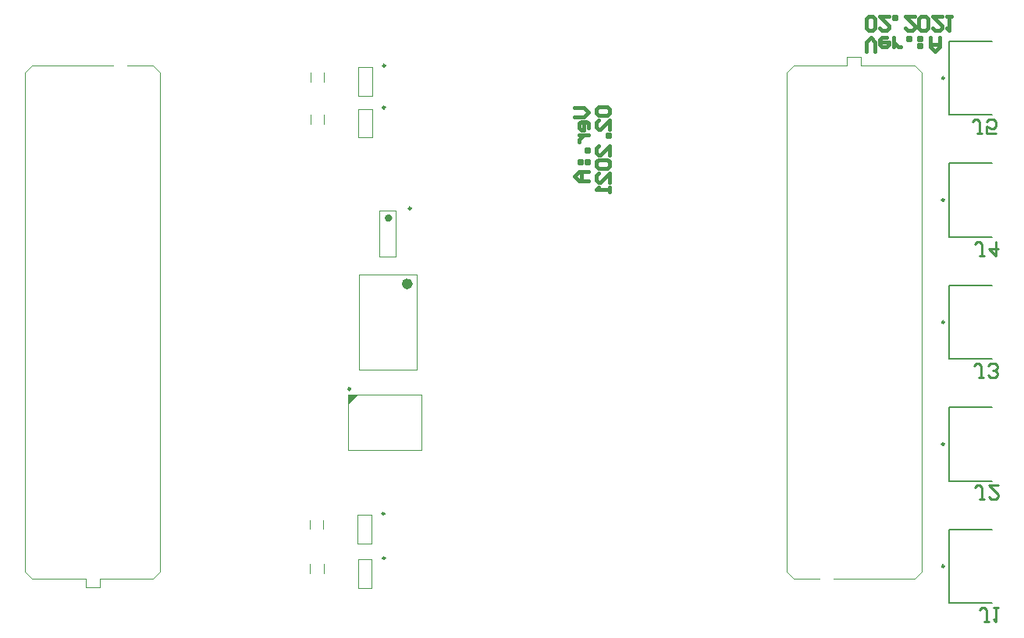
<source format=gbo>
G04*
G04 #@! TF.GenerationSoftware,Altium Limited,Altium NEXUS,4.1.1 (18)*
G04*
G04 Layer_Color=32896*
%FSLAX44Y44*%
%MOMM*%
G71*
G04*
G04 #@! TF.SameCoordinates,4F3881F6-B343-40B9-83C6-DCB6D38B7AD4*
G04*
G04*
G04 #@! TF.FilePolarity,Positive*
G04*
G01*
G75*
%ADD15C,0.1250*%
%ADD18C,0.4000*%
%ADD30C,0.2500*%
%ADD31C,0.2000*%
%ADD49C,0.2540*%
%ADD100C,0.6000*%
G36*
X441000Y356000D02*
X451000Y366000D01*
X441000D01*
Y356000D01*
D02*
G37*
D15*
X1055767Y166116D02*
X967500D01*
X952500D02*
X924195D01*
X916574Y681481D02*
Y208534D01*
X1063387Y681481D02*
Y208534D01*
Y716280D02*
Y681481D01*
Y716280D02*
X1055767Y723900D01*
X916574Y208534D02*
Y173736D01*
X924195Y166116D02*
X916574Y173736D01*
X1063387D02*
X1055767Y166116D01*
X1063387Y208534D02*
Y173736D01*
X1055767Y723900D02*
X997601D01*
Y732790D02*
Y723900D01*
Y732790D02*
X982361D01*
Y723900D01*
X924195D01*
X916574Y716280D01*
Y681481D01*
X521000Y306000D02*
Y366000D01*
X441000Y306000D02*
Y366000D01*
Y306000D02*
X521000D01*
X441000Y366000D02*
X521000D01*
X441000Y356000D02*
X451000Y366000D01*
X98233Y723884D02*
X186500D01*
X201500D02*
X229805D01*
X237425Y208519D02*
Y681466D01*
X90613Y208519D02*
Y681466D01*
Y173720D02*
Y208519D01*
Y173720D02*
X98233Y166100D01*
X237425Y681466D02*
Y716264D01*
X229805Y723884D02*
X237425Y716264D01*
X90613D02*
X98233Y723884D01*
X90613Y681466D02*
Y716264D01*
X98233Y166100D02*
X156399D01*
Y157210D02*
Y166100D01*
Y157210D02*
X171639D01*
Y166100D01*
X229805D01*
X237425Y173720D01*
Y208519D01*
X493000Y516000D02*
Y566000D01*
X475000Y516000D02*
Y566000D01*
X493000D01*
X475000Y516000D02*
X493000D01*
X515250Y393500D02*
Y496500D01*
X452750Y393500D02*
Y496500D01*
X515250D01*
X452750Y393500D02*
X515250D01*
X414281Y220318D02*
Y230318D01*
X399281Y220318D02*
Y230318D01*
X414652Y172287D02*
Y182287D01*
X399652Y172287D02*
Y182287D01*
X466318Y204503D02*
Y235503D01*
X451318Y204503D02*
Y235503D01*
X466318D01*
X451318Y204503D02*
X466318D01*
X415242Y660219D02*
Y670219D01*
X400242Y660219D02*
Y670219D01*
X467000Y645500D02*
Y676500D01*
X452000Y645500D02*
Y676500D01*
X467000D01*
X452000Y645500D02*
X467000D01*
X415230Y706110D02*
Y716110D01*
X400230Y706110D02*
Y716110D01*
X467062Y690925D02*
Y721925D01*
X452062Y690925D02*
Y721925D01*
X467062D01*
X452062Y690925D02*
X467062D01*
X466915Y156467D02*
Y187467D01*
X451915Y156467D02*
Y187467D01*
X466915D01*
X451915Y156467D02*
X466915D01*
D18*
X1003000Y764004D02*
X1005499Y761505D01*
X1010498D01*
X1012997Y764004D01*
Y774001D01*
X1010498Y776500D01*
X1005499D01*
X1003000Y774001D01*
Y764004D01*
X1027992Y776500D02*
X1017995D01*
X1027992Y766503D01*
Y764004D01*
X1025493Y761505D01*
X1020494D01*
X1017995Y764004D01*
X1032990Y776500D02*
Y774001D01*
X1035490D01*
Y776500D01*
X1032990D01*
X1055483D02*
X1045486D01*
X1055483Y766503D01*
Y764004D01*
X1052984Y761505D01*
X1047985D01*
X1045486Y764004D01*
X1060481D02*
X1062981Y761505D01*
X1067979D01*
X1070478Y764004D01*
Y774001D01*
X1067979Y776500D01*
X1062981D01*
X1060481Y774001D01*
Y764004D01*
X1085473Y776500D02*
X1075477D01*
X1085473Y766503D01*
Y764004D01*
X1082974Y761505D01*
X1077976D01*
X1075477Y764004D01*
X1090472Y776500D02*
X1095470D01*
X1092971D01*
Y761505D01*
X1090472Y764004D01*
X1003000Y739005D02*
Y749002D01*
X1007998Y754000D01*
X1012997Y749002D01*
Y739005D01*
X1025493Y754000D02*
X1020494D01*
X1017995Y751501D01*
Y746502D01*
X1020494Y744003D01*
X1025493D01*
X1027992Y746502D01*
Y749002D01*
X1017995D01*
X1032990Y744003D02*
Y754000D01*
Y749002D01*
X1035490Y746502D01*
X1037989Y744003D01*
X1040488D01*
X1047985Y754000D02*
Y751501D01*
X1050485D01*
Y754000D01*
X1047985D01*
X1060481Y744003D02*
X1062981D01*
Y746502D01*
X1060481D01*
Y744003D01*
Y751501D02*
X1062981D01*
Y754000D01*
X1060481D01*
Y751501D01*
X1072977Y754000D02*
Y744003D01*
X1077976Y739005D01*
X1082974Y744003D01*
Y754000D01*
Y746502D01*
X1072977D01*
X487000Y558000D02*
G03*
X487000Y558000I-2000J0D01*
G01*
X712504Y679000D02*
X710005Y676501D01*
Y671502D01*
X712504Y669003D01*
X722501D01*
X725000Y671502D01*
Y676501D01*
X722501Y679000D01*
X712504D01*
X725000Y654008D02*
Y664005D01*
X715003Y654008D01*
X712504D01*
X710005Y656507D01*
Y661506D01*
X712504Y664005D01*
X725000Y649010D02*
X722501D01*
Y646510D01*
X725000D01*
Y649010D01*
Y626517D02*
Y636514D01*
X715003Y626517D01*
X712504D01*
X710005Y629016D01*
Y634015D01*
X712504Y636514D01*
Y621519D02*
X710005Y619019D01*
Y614021D01*
X712504Y611522D01*
X722501D01*
X725000Y614021D01*
Y619019D01*
X722501Y621519D01*
X712504D01*
X725000Y596527D02*
Y606524D01*
X715003Y596527D01*
X712504D01*
X710005Y599026D01*
Y604024D01*
X712504Y606524D01*
X725000Y591528D02*
Y586530D01*
Y589029D01*
X710005D01*
X712504Y591528D01*
X687005Y678000D02*
X697002D01*
X702000Y673002D01*
X697002Y668003D01*
X687005D01*
X702000Y655507D02*
Y660506D01*
X699501Y663005D01*
X694502D01*
X692003Y660506D01*
Y655507D01*
X694502Y653008D01*
X697002D01*
Y663005D01*
X692003Y648010D02*
X702000D01*
X697002D01*
X694502Y645510D01*
X692003Y643011D01*
Y640512D01*
X702000Y633014D02*
X699501D01*
Y630515D01*
X702000D01*
Y633014D01*
X692003Y620519D02*
Y618019D01*
X694502D01*
Y620519D01*
X692003D01*
X699501D02*
Y618019D01*
X702000D01*
Y620519D01*
X699501D01*
X702000Y608023D02*
X692003D01*
X687005Y603024D01*
X692003Y598026D01*
X702000D01*
X694502D01*
Y608023D01*
D30*
X1085400Y312500D02*
G03*
X1085400Y312500I1250J0D01*
G01*
Y180000D02*
G03*
X1085400Y180000I1250J0D01*
G01*
Y710000D02*
G03*
X1085400Y710000I1250J0D01*
G01*
Y577500D02*
G03*
X1085400Y577500I1250J0D01*
G01*
Y445000D02*
G03*
X1085400Y445000I1250J0D01*
G01*
X443750Y372500D02*
G03*
X443750Y372500I-1250J0D01*
G01*
X509250Y568550D02*
G03*
X509250Y568550I-1250J0D01*
G01*
X480568Y237003D02*
G03*
X480568Y237003I-1250J0D01*
G01*
X481250Y678000D02*
G03*
X481250Y678000I-1250J0D01*
G01*
X481312Y723425D02*
G03*
X481312Y723425I-1250J0D01*
G01*
X481165Y188967D02*
G03*
X481165Y188967I-1250J0D01*
G01*
D31*
X1140000Y352500D02*
X1093000D01*
Y272500D01*
X1140000D02*
X1093000D01*
X1140000Y220000D02*
X1093000D01*
Y140000D01*
X1140000D02*
X1093000D01*
X1140000Y750000D02*
X1093000D01*
Y670000D01*
X1140000D02*
X1093000D01*
X1140000Y617500D02*
X1093000D01*
Y537500D01*
X1140000D02*
X1093000D01*
X1140000Y485000D02*
X1093000D01*
Y405000D01*
X1140000D02*
X1093000D01*
D49*
X1128461Y649882D02*
X1123382D01*
X1125922D01*
Y662578D01*
X1123382Y665117D01*
X1120843D01*
X1118304Y662578D01*
X1143696Y649882D02*
X1133539D01*
Y657500D01*
X1138618Y654961D01*
X1141157D01*
X1143696Y657500D01*
Y662578D01*
X1141157Y665117D01*
X1136078D01*
X1133539Y662578D01*
X1130961Y516883D02*
X1125882D01*
X1128422D01*
Y529578D01*
X1125882Y532118D01*
X1123343D01*
X1120804Y529578D01*
X1143657Y532118D02*
Y516883D01*
X1136039Y524500D01*
X1146196D01*
X1130211Y384632D02*
X1125133D01*
X1127672D01*
Y397328D01*
X1125133Y399868D01*
X1122593D01*
X1120054Y397328D01*
X1135289Y387172D02*
X1137828Y384632D01*
X1142907D01*
X1145446Y387172D01*
Y389711D01*
X1142907Y392250D01*
X1140368D01*
X1142907D01*
X1145446Y394789D01*
Y397328D01*
X1142907Y399868D01*
X1137828D01*
X1135289Y397328D01*
X1131461Y252633D02*
X1126383D01*
X1128922D01*
Y265328D01*
X1126383Y267868D01*
X1123843D01*
X1121304Y265328D01*
X1146696Y267868D02*
X1136539D01*
X1146696Y257711D01*
Y255172D01*
X1144157Y252633D01*
X1139078D01*
X1136539Y255172D01*
X1136500Y119882D02*
X1131422D01*
X1133961D01*
Y132578D01*
X1131422Y135118D01*
X1128883D01*
X1126343Y132578D01*
X1141578Y135118D02*
X1146657D01*
X1144118D01*
Y119882D01*
X1141578Y122422D01*
D100*
X508250Y486500D02*
G03*
X508250Y486500I-3000J0D01*
G01*
M02*

</source>
